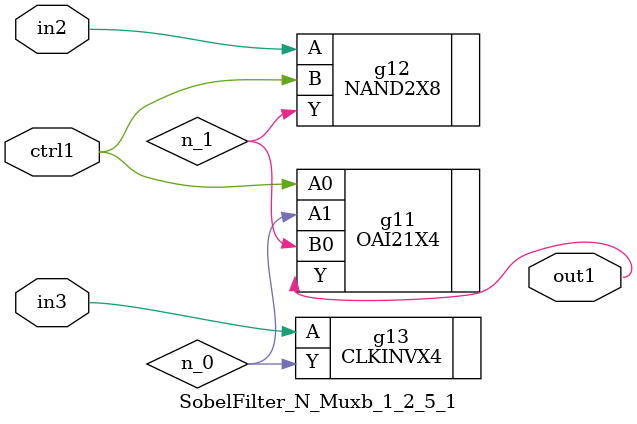
<source format=v>
`timescale 1ps / 1ps


module SobelFilter_N_Muxb_1_2_5_1(in3, in2, ctrl1, out1);
  input in3, in2, ctrl1;
  output out1;
  wire in3, in2, ctrl1;
  wire out1;
  wire n_0, n_1;
  OAI21X4 g11(.A0 (ctrl1), .A1 (n_0), .B0 (n_1), .Y (out1));
  NAND2X8 g12(.A (in2), .B (ctrl1), .Y (n_1));
  CLKINVX4 g13(.A (in3), .Y (n_0));
endmodule



</source>
